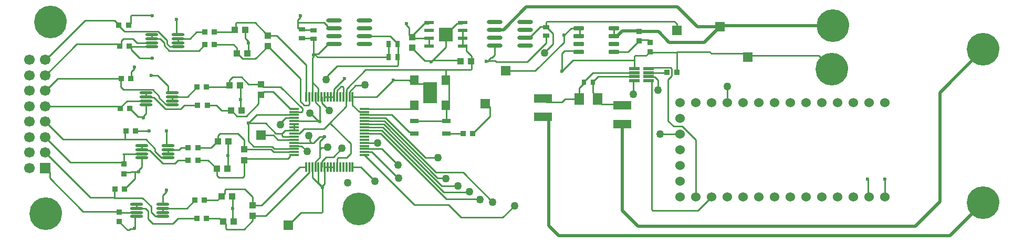
<source format=gtl>
G04*
G04 #@! TF.GenerationSoftware,Altium Limited,Altium Designer,22.0.2 (36)*
G04*
G04 Layer_Physical_Order=1*
G04 Layer_Color=255*
%FSLAX25Y25*%
%MOIN*%
G70*
G04*
G04 #@! TF.SameCoordinates,DBB72687-BCFA-4FA8-90DC-81D55A498374*
G04*
G04*
G04 #@! TF.FilePolarity,Positive*
G04*
G01*
G75*
%ADD15C,0.01000*%
%ADD16R,0.03071X0.03898*%
G04:AMPARAMS|DCode=17|XSize=61.42mil|YSize=11.02mil|CornerRadius=1.38mil|HoleSize=0mil|Usage=FLASHONLY|Rotation=0.000|XOffset=0mil|YOffset=0mil|HoleType=Round|Shape=RoundedRectangle|*
%AMROUNDEDRECTD17*
21,1,0.06142,0.00827,0,0,0.0*
21,1,0.05866,0.01102,0,0,0.0*
1,1,0.00276,0.02933,-0.00413*
1,1,0.00276,-0.02933,-0.00413*
1,1,0.00276,-0.02933,0.00413*
1,1,0.00276,0.02933,0.00413*
%
%ADD17ROUNDEDRECTD17*%
%ADD18O,0.09843X0.02756*%
G04:AMPARAMS|DCode=19|XSize=61.42mil|YSize=11.02mil|CornerRadius=1.38mil|HoleSize=0mil|Usage=FLASHONLY|Rotation=270.000|XOffset=0mil|YOffset=0mil|HoleType=Round|Shape=RoundedRectangle|*
%AMROUNDEDRECTD19*
21,1,0.06142,0.00827,0,0,270.0*
21,1,0.05866,0.01102,0,0,270.0*
1,1,0.00276,-0.00413,-0.02933*
1,1,0.00276,-0.00413,0.02933*
1,1,0.00276,0.00413,0.02933*
1,1,0.00276,0.00413,-0.02933*
%
%ADD19ROUNDEDRECTD19*%
%ADD20O,0.08268X0.01772*%
%ADD21R,0.04331X0.03937*%
%ADD22R,0.03937X0.04331*%
%ADD23R,0.03898X0.03071*%
%ADD24R,0.05906X0.07480*%
%ADD25R,0.11457X0.05591*%
G04:AMPARAMS|DCode=26|XSize=25.59mil|YSize=64.96mil|CornerRadius=1.92mil|HoleSize=0mil|Usage=FLASHONLY|Rotation=90.000|XOffset=0mil|YOffset=0mil|HoleType=Round|Shape=RoundedRectangle|*
%AMROUNDEDRECTD26*
21,1,0.02559,0.06112,0,0,90.0*
21,1,0.02175,0.06496,0,0,90.0*
1,1,0.00384,0.03056,0.01088*
1,1,0.00384,0.03056,-0.01088*
1,1,0.00384,-0.03056,-0.01088*
1,1,0.00384,-0.03056,0.01088*
%
%ADD26ROUNDEDRECTD26*%
%ADD27R,0.06915X0.02016*%
%ADD28R,0.05312X0.05924*%
%ADD29R,0.08661X0.13780*%
%ADD30R,0.05709X0.02756*%
%ADD31R,0.02559X0.03543*%
%ADD32R,0.03425X0.03661*%
%ADD33R,0.03661X0.03425*%
%ADD34R,0.05900X0.02200*%
%ADD35R,0.09000X0.09000*%
%ADD57C,0.01968*%
%ADD58C,0.06024*%
%ADD59R,0.05906X0.05906*%
%ADD60R,0.06693X0.06693*%
%ADD61C,0.06693*%
%ADD62C,0.02362*%
%ADD63C,0.05000*%
%ADD64C,0.20748*%
D15*
X206981Y77761D02*
X207110Y77890D01*
X204693Y89918D02*
X207500Y87111D01*
X191138Y77890D02*
X206742D01*
X206739Y77761D02*
X206981D01*
X207131Y77500D02*
X207500D01*
X206742Y77890D02*
X207131Y77500D01*
X207500Y77890D02*
Y87111D01*
X201500Y83000D02*
X206739Y77761D01*
X201000Y83000D02*
X201500D01*
X208630Y89370D02*
X213500Y84500D01*
X362500Y132500D02*
X367000Y137000D01*
X362356Y132356D02*
X362500Y132500D01*
X265500Y131543D02*
X273857Y139900D01*
X265500Y131346D02*
Y131543D01*
Y131346D02*
X266347Y130500D01*
X196102Y136051D02*
X203500D01*
X87283Y144698D02*
X87869Y145283D01*
X100716D02*
X101000Y145000D01*
X87283Y140055D02*
Y144698D01*
X87869Y145283D02*
X100716D01*
X351118Y138051D02*
X355500Y133669D01*
X350178Y121678D02*
X355500Y127000D01*
Y133669D01*
X430175Y105882D02*
X430175D01*
X428500Y78000D02*
Y104207D01*
X430175Y105882D01*
X430175D02*
X430929Y106636D01*
X419260Y112118D02*
X430175D01*
X430929Y106636D02*
Y111364D01*
X430175Y112118D02*
X430929Y111364D01*
X235646Y132000D02*
X252169D01*
X257051Y127118D01*
Y118795D02*
Y127000D01*
X256756Y118500D02*
X257000Y118256D01*
X256756Y118500D02*
X257051Y118795D01*
X257000Y113586D02*
Y118256D01*
X257051Y127000D02*
Y127118D01*
X256414Y113000D02*
X257000Y113586D01*
X218500Y113000D02*
X256414D01*
X212500Y107000D02*
X218500Y113000D01*
X208579Y93362D02*
X208630Y93311D01*
X211547Y55000D02*
X216000D01*
X208709Y52161D02*
X211547Y55000D01*
X208709Y51602D02*
Y52161D01*
X208630Y51523D02*
X208709Y51602D01*
X208630Y48689D02*
Y51523D01*
X208579Y48638D02*
X208630Y48689D01*
Y89370D02*
Y93311D01*
X216000Y55000D02*
X221500Y60500D01*
X266000Y124457D02*
X274191Y116265D01*
X277235D02*
X278000Y115500D01*
X279000Y116500D01*
X265500Y124457D02*
X266000D01*
X274191Y116265D02*
X277235D01*
X279000Y116500D02*
X287500Y125000D01*
X296153Y116500D02*
X297153Y115500D01*
X287500Y125000D02*
Y133000D01*
X279000Y116500D02*
X296153D01*
X423500Y69500D02*
X436000D01*
X87783Y123333D02*
Y124445D01*
X93116Y118000D02*
X101000D01*
X86728Y125500D02*
X87783Y124445D01*
Y123333D02*
X93116Y118000D01*
X86728Y125500D02*
X87067Y125161D01*
X100634D01*
X81327Y126555D02*
Y128827D01*
X80272Y125500D02*
X81327Y126555D01*
X91515Y127720D02*
X100634D01*
X88905Y130331D02*
X91515Y127720D01*
X82831Y130331D02*
X88905D01*
X81327Y128827D02*
X82831Y130331D01*
X53158Y127000D02*
X66102D01*
X66272Y126831D01*
X79216D01*
X80272Y125776D01*
Y125500D02*
Y125776D01*
X33315Y107158D02*
X53158Y127000D01*
X33110Y107158D02*
X33315D01*
X394122Y132000D02*
X396091D01*
X410000Y128772D02*
X410728Y129500D01*
X415453D01*
X415728D02*
X417000Y128228D01*
X415728Y129500D02*
X417000Y128228D01*
X415453Y129500D02*
X415728D01*
X410000Y135228D02*
X410327Y134902D01*
X394122Y122000D02*
X402953D01*
X409724Y128772D01*
X410000D01*
X461500Y138000D02*
X462000Y138500D01*
X480047Y119547D02*
X523953D01*
X479000Y118500D02*
X480047Y119547D01*
X523953D02*
X532500Y111000D01*
X434357Y122129D02*
X454864D01*
X456040Y120953D01*
X476547D01*
X479000Y118500D01*
X434000Y121772D02*
X434357Y122129D01*
X194582Y70067D02*
X197515Y73000D01*
X191189Y70067D02*
X194582D01*
X191138Y70016D02*
X191189Y70067D01*
X235913Y64059D02*
X243941D01*
X244000Y64000D01*
X167327Y81827D02*
X191138D01*
X162000Y76500D02*
X167327Y81827D01*
X202673Y102500D02*
X206610Y98563D01*
X202673Y102500D02*
Y118091D01*
X203500Y118918D01*
Y120000D01*
X180894Y66079D02*
X191138D01*
X177972Y69000D02*
X180894Y66079D01*
X178597Y60224D02*
X191087D01*
X162000Y65220D02*
Y76500D01*
X165586Y61634D02*
X177187D01*
X178597Y60224D01*
X162000Y65220D02*
X165586Y61634D01*
X195000Y90500D02*
Y104957D01*
X174500Y125457D02*
X175969Y123988D01*
X175969D02*
X195000Y104957D01*
X175969Y123988D02*
X175969D01*
X202673Y93362D02*
Y102500D01*
X200654Y45193D02*
Y48587D01*
X173168Y17707D02*
X200654Y45193D01*
X164893Y17707D02*
X173168D01*
X204772Y52161D02*
X207352Y54741D01*
Y60000D01*
X209000Y35500D02*
Y36377D01*
Y36582D02*
X210547Y38130D01*
Y48638D01*
X209000Y36377D02*
Y36582D01*
Y20086D02*
Y35500D01*
X183500Y70000D02*
X185484Y71984D01*
X173000Y76500D02*
X179500Y70000D01*
X183500D01*
X162000Y76500D02*
X173000D01*
X235862Y79858D02*
X249142D01*
X274500Y54500D02*
X282500D01*
X249142Y79858D02*
X274500Y54500D01*
X235862Y70016D02*
X245984D01*
X287678Y28322D01*
X308822D01*
X309000Y28144D01*
X228264Y48638D02*
X233362D01*
X242500Y39500D01*
X235862Y60173D02*
X246827D01*
X257000Y50000D01*
X248583Y77890D02*
X281230Y45242D01*
X298289D01*
X317265Y26265D01*
X284917Y36500D02*
X295000D01*
X198736Y93362D02*
Y113764D01*
X235862Y75921D02*
X248023D01*
X287242Y41713D02*
X287500Y41454D01*
X282232Y41713D02*
X287242D01*
X248023Y75921D02*
X282232Y41713D01*
X159500Y53350D02*
X160150Y54000D01*
X188567Y56185D02*
X188618Y56236D01*
X160150Y54000D02*
X187162D01*
X188567Y55405D01*
Y56185D01*
X235862Y85764D02*
X265344D01*
X267500Y87920D01*
X235862Y58205D02*
X240375D01*
X257080Y41500D01*
X257500D01*
X235862Y56236D02*
X267598Y24500D01*
X288972D01*
X296972Y16500D01*
X323500D01*
X331000Y24000D01*
X286176Y32713D02*
X302213D01*
X218472Y53914D02*
X219058Y54500D01*
X210000Y73000D02*
X213750Y76750D01*
X224284Y54500D02*
X227000Y57217D01*
X219058Y54500D02*
X224284D01*
X227000Y57217D02*
Y63500D01*
X197515Y73000D02*
X210000D01*
X213750Y76750D02*
X227000Y63500D01*
X216453Y98453D02*
X223000Y105000D01*
X159500Y59847D02*
X176447D01*
X182500Y76582D02*
X185776Y79858D01*
X182500Y75500D02*
Y76582D01*
X204693Y89918D02*
Y93311D01*
X206610Y38767D02*
Y48638D01*
Y38767D02*
X209000Y36377D01*
X224378Y98378D02*
X236500Y110500D01*
X287500D01*
X191138Y64110D02*
X202000D01*
X191138Y62142D02*
X195858D01*
X199500Y58500D01*
X228264Y93362D02*
X243362D01*
X254000Y104000D01*
X253173Y81827D02*
X264059Y70941D01*
X226346Y96807D02*
X230040Y100500D01*
X235500D02*
X236000Y101000D01*
X230040Y100500D02*
X235500D01*
X177882Y96500D02*
X188618Y85764D01*
X191138Y83795D02*
X195709D01*
X196294Y84381D02*
Y85969D01*
X171468Y99681D02*
X182582D01*
X196294Y85969D01*
X195709Y83795D02*
X196294Y84381D01*
X194642Y48638D02*
X198736D01*
X202673Y41827D02*
Y48638D01*
Y41827D02*
X209000Y35500D01*
X212516Y93362D02*
X214484D01*
X191138Y71984D02*
Y73953D01*
X212516Y48638D02*
X214484D01*
X200654Y48587D02*
X200705Y48638D01*
X235862Y64110D02*
X235913Y64059D01*
X204642Y48638D02*
X204693Y48689D01*
Y51523D01*
X204772Y51602D01*
Y52161D01*
X176447Y59847D02*
X178089Y58205D01*
X191138D01*
X206610Y93362D02*
Y98563D01*
X184086Y68047D02*
X191138D01*
X183500Y68633D02*
X184086Y68047D01*
X183500Y68633D02*
Y70000D01*
X218472Y48689D02*
Y53914D01*
X218421Y48638D02*
X218472Y48689D01*
X191087Y60224D02*
X191138Y60173D01*
X210547Y93362D02*
X212516D01*
X195000Y90500D02*
X197586Y87914D01*
X200170D01*
X200756Y88500D01*
Y93311D01*
X200705Y93362D02*
X200756Y93311D01*
X185484Y71984D02*
X191138D01*
X213750Y76750D02*
X224276Y87276D01*
Y93311D01*
X224327Y93362D01*
X235862Y77890D02*
X248583D01*
X218421Y93362D02*
Y97394D01*
X220944Y99916D01*
X221773D01*
X222358Y99331D01*
Y93362D02*
Y99331D01*
X206610Y93362D02*
X206661Y93413D01*
X188618Y56236D02*
X191138D01*
X226295Y93362D02*
X226346Y93413D01*
Y96807D01*
X191138Y73953D02*
Y75921D01*
X185776Y79858D02*
X191138D01*
X210547Y48638D02*
X212516D01*
X216453Y93362D02*
Y98453D01*
X204642Y93362D02*
X204693Y93311D01*
X224327Y93362D02*
X224378Y93413D01*
Y98378D01*
X191087Y75870D02*
X191138Y75921D01*
X188618Y85764D02*
X191138D01*
X235811Y83846D02*
X235862Y83795D01*
X232417Y83846D02*
X235811D01*
X228264Y88000D02*
X232417Y83846D01*
X228264Y88000D02*
Y93362D01*
X214484Y48638D02*
X216453D01*
X214484Y93362D02*
X216453D01*
X235862Y73953D02*
X247464D01*
X284917Y36500D01*
X235862Y71984D02*
X246905D01*
X286176Y32713D01*
X235862Y81827D02*
X253173D01*
X266484Y70941D02*
X267362Y70063D01*
X264059Y70941D02*
X266484D01*
X302213Y32713D02*
X302500Y33000D01*
X180154Y132346D02*
X198736Y113764D01*
X174500Y132346D02*
X180154D01*
X170405Y24400D02*
X194642Y48638D01*
X164893Y24400D02*
X170405D01*
X170000Y101150D02*
X171468Y99681D01*
X170000Y101150D02*
Y101347D01*
X172054Y96500D02*
X177882D01*
X171873Y96319D02*
X172054Y96500D01*
X171468Y96319D02*
X171873D01*
X170000Y94850D02*
X171468Y96319D01*
X170000Y94653D02*
Y94850D01*
X287638Y70063D02*
X298366D01*
X170000Y69000D02*
X177972D01*
X431949Y74551D02*
X437329D01*
X428500Y78000D02*
X431949Y74551D01*
X384083Y106220D02*
X406969D01*
X380854Y102992D02*
X384083Y106220D01*
X416031Y111339D02*
X418480D01*
X419260Y112118D01*
X566000Y29500D02*
Y41000D01*
X555500Y30000D02*
Y40500D01*
Y30000D02*
X556000Y29500D01*
X555000Y41000D02*
X555500Y40500D01*
X447500Y21000D02*
X456000Y29500D01*
X418213Y21586D02*
X418798Y21000D01*
X447500D01*
X418213Y21586D02*
Y103153D01*
X406500Y95000D02*
Y103192D01*
X422000Y97500D02*
Y103979D01*
X406500Y103192D02*
X406969Y103661D01*
X466000Y89500D02*
Y99500D01*
X446000Y29500D02*
Y65881D01*
X437329Y74551D02*
X446000Y65881D01*
X417704Y103661D02*
X418213Y103153D01*
X416031Y103661D02*
X417704D01*
X394122Y137000D02*
X394122Y137000D01*
X394122Y134721D02*
X394122Y134721D01*
Y137000D01*
X394122Y132000D02*
Y134721D01*
X340714Y131000D02*
X341880Y132166D01*
Y132379D02*
X347551Y138051D01*
X351000D01*
X337646Y131000D02*
X340714D01*
X341880Y132166D02*
Y132379D01*
X316269Y118387D02*
X316732D01*
X313000Y116000D02*
X314345D01*
X314579Y116698D02*
X316269Y118387D01*
X314579Y116235D02*
X318765D01*
X314579D02*
Y116698D01*
X316732Y118387D02*
X318354Y120010D01*
X318765Y116235D02*
X319500Y115500D01*
X339000D01*
X318354Y120010D02*
Y126000D01*
X339000Y115500D02*
X351000Y127500D01*
X344212Y110000D02*
X362356Y128144D01*
Y132356D01*
X350178Y121322D02*
Y121678D01*
X351000Y127500D02*
Y131949D01*
X325500Y110000D02*
X344212D01*
X210328Y67828D02*
X210500Y68000D01*
X207352Y64852D02*
X210328Y67828D01*
X420022Y105957D02*
X422000Y103979D01*
X416294Y105957D02*
X420022D01*
X416031Y106220D02*
X416294Y105957D01*
X398614Y88760D02*
X399500Y87874D01*
X386358Y88760D02*
X398614D01*
X383906Y91213D02*
Y92000D01*
Y91213D02*
X386358Y88760D01*
X380854Y95839D02*
Y102500D01*
X383906Y92000D02*
Y92787D01*
X380854Y95839D02*
X383906Y92787D01*
X380854Y102500D02*
Y102992D01*
X363197Y92000D02*
X372094D01*
X361276Y90079D02*
X363197Y92000D01*
X372094Y98957D02*
X375146Y102008D01*
X372094Y92000D02*
Y98957D01*
X375146Y102008D02*
Y102500D01*
Y102992D02*
X380933Y108780D01*
X375146Y102500D02*
Y102992D01*
X349000Y80626D02*
X350414D01*
X352710Y78331D01*
X351295Y90079D02*
X361276D01*
X349000Y92374D02*
X351295Y90079D01*
X380933Y108780D02*
X406969D01*
X351000Y138051D02*
Y140776D01*
X351586Y141362D02*
X432590D01*
X351000Y140776D02*
X351586Y141362D01*
X432590D02*
X434000Y139953D01*
X367000Y137000D02*
X371878D01*
Y132000D02*
X372378Y132500D01*
Y136221D01*
X371878Y136721D02*
X372378Y136221D01*
X371878Y136721D02*
Y137000D01*
X362750Y122750D02*
X371128D01*
X371878Y122000D01*
X361000Y121000D02*
X362750Y122750D01*
X361000Y109500D02*
Y121000D01*
X406969Y116500D02*
Y118969D01*
Y111339D02*
Y116500D01*
X361000Y109500D02*
X368000Y116500D01*
X406969D01*
X415728Y129500D02*
X417000Y128228D01*
X266347Y130500D02*
X276850D01*
X273857Y139900D02*
X276250D01*
X276600Y140250D01*
X287500Y110500D02*
X303261D01*
X303847Y111086D02*
Y115500D01*
X303261Y110500D02*
X303847Y111086D01*
X287500Y104080D02*
Y110500D01*
X294400Y139900D02*
X297550D01*
X287500Y133000D02*
X294400Y139900D01*
X287638Y77937D02*
Y87782D01*
X287500Y87920D02*
X287638Y87782D01*
X264080Y104000D02*
X265038Y103042D01*
X267500Y103774D02*
X269656Y101618D01*
X273669D01*
X277500Y96000D02*
Y97787D01*
X273669Y101618D02*
X277500Y97787D01*
X287500Y104080D02*
X289500Y102080D01*
X287500Y87920D02*
X289500Y89920D01*
Y102080D01*
X265038Y103042D02*
X266462D01*
X267500Y104080D01*
Y103774D02*
Y104080D01*
X254000Y104000D02*
X264080D01*
X303847Y115500D02*
Y119311D01*
X298150Y125500D02*
X300000D01*
X300600Y124900D01*
Y122557D02*
Y124900D01*
Y122557D02*
X303847Y119311D01*
X298150Y125500D02*
Y130500D01*
Y135500D01*
X297550Y139900D02*
X298150Y140500D01*
X264032Y132815D02*
X265500Y131346D01*
X264032Y132815D02*
Y137386D01*
X262500Y138918D02*
X264032Y137386D01*
X262500Y138918D02*
Y140000D01*
X274750Y140250D02*
X276600D01*
X262500Y140000D02*
X262750Y140250D01*
X276850Y125500D02*
Y130500D01*
X351000Y138051D02*
X351118D01*
X79768Y85500D02*
Y87051D01*
X33110Y87473D02*
X33252Y87331D01*
X79488D01*
X79768Y87051D01*
X33315Y117000D02*
X58315Y142000D01*
X33110Y117000D02*
X33315D01*
X77047Y142000D02*
X79772Y139276D01*
X58315Y142000D02*
X77047D01*
X33315Y97315D02*
X41000Y105000D01*
X33110Y97315D02*
X33315D01*
X81224Y105047D02*
X81272Y105000D01*
X67547Y105047D02*
X81224D01*
X67500Y105000D02*
X67547Y105047D01*
X41000Y105000D02*
X67500D01*
X33110Y77528D02*
X44409Y66228D01*
X33110Y77528D02*
Y77630D01*
X44409Y66228D02*
X83772D01*
X33110Y67685D02*
X49012Y51784D01*
X33110Y67685D02*
Y67787D01*
X81945Y51784D02*
X83000Y50728D01*
X49012Y51784D02*
X81945D01*
X33110Y57842D02*
X61627Y29326D01*
X33110Y57842D02*
Y57945D01*
X61627Y29326D02*
X77165D01*
X35957Y41516D02*
X57244Y20228D01*
X35957Y41516D02*
Y45256D01*
X33110Y48103D02*
X35957Y45256D01*
X57244Y20228D02*
X80000D01*
X110000Y62544D02*
X110356Y62187D01*
X110000Y62544D02*
Y71500D01*
X110356Y62187D02*
X111153D01*
X83772Y71000D02*
X84272Y71500D01*
X97001Y66228D02*
X102799Y60430D01*
X83772Y66228D02*
X97001D01*
X83772D02*
Y71000D01*
X82927Y98012D02*
X101282D01*
X81272Y99667D02*
Y104724D01*
Y99667D02*
X82927Y98012D01*
X104782Y135012D02*
X110566Y129228D01*
X79772Y138724D02*
X83484Y135012D01*
X104782D01*
X79772Y138724D02*
Y139000D01*
X407500Y119500D02*
X414453D01*
X406969Y118969D02*
X407500Y119500D01*
X417000Y121772D02*
X434000D01*
X434228Y121543D01*
Y109000D02*
Y121543D01*
X416031Y108780D02*
X427551D01*
X427772Y109000D01*
X314539Y86962D02*
X315539D01*
X312500Y89000D02*
X314539Y86962D01*
X315539Y81086D02*
Y86962D01*
X304571Y70118D02*
X315539Y81086D01*
X304571Y70000D02*
Y70118D01*
X250949Y118500D02*
Y127000D01*
X90000Y41208D02*
Y45500D01*
X434000Y135500D02*
Y139953D01*
X195500Y19500D02*
X208414D01*
X209000Y20086D01*
X187500Y11500D02*
X195500Y19500D01*
X201265Y64845D02*
Y67735D01*
Y64845D02*
X202000Y64110D01*
X203610D01*
X207328Y67828D01*
X200500Y68500D02*
X201265Y67735D01*
X207352Y60000D02*
Y64852D01*
X207328Y67828D02*
X210328D01*
X207352Y60000D02*
X208322Y60970D01*
X212114D02*
X212322Y61178D01*
X208322Y60970D02*
X212114D01*
X298366Y70063D02*
X298429Y70000D01*
X267362Y77937D02*
X287638D01*
X168532Y93185D02*
X170000Y94653D01*
X162000Y127500D02*
Y128582D01*
Y121500D02*
Y127500D01*
X152204Y22177D02*
Y29642D01*
Y14590D02*
Y22177D01*
X250949Y118500D02*
X251244D01*
X206082D02*
X250949D01*
X204582Y120000D02*
X206082Y118500D01*
X203500Y120000D02*
X204582D01*
X159500Y43000D02*
Y53350D01*
X174500Y132346D02*
Y132543D01*
Y125457D02*
Y125654D01*
X196102Y130744D02*
X202705D01*
X193500Y137000D02*
X195358D01*
X196102Y136256D01*
X202705Y130744D02*
X203500Y129949D01*
X87728Y105000D02*
Y109209D01*
X89685Y111165D02*
Y112247D01*
X87728Y109209D02*
X89685Y111165D01*
X86228Y139000D02*
X87283Y140055D01*
X87000Y85724D02*
Y86000D01*
Y85724D02*
X91959Y80765D01*
X94735D01*
X95500Y80000D01*
X97134Y82716D02*
Y88161D01*
X95500Y81082D02*
X97134Y82716D01*
X95500Y80000D02*
Y81082D01*
X84988Y90720D02*
X97134D01*
X110566Y126913D02*
Y129228D01*
Y126913D02*
X112318Y125161D01*
X117366D01*
X101282Y98012D02*
X105500Y93794D01*
Y92765D02*
Y93794D01*
Y92765D02*
X109718Y88547D01*
X110023D01*
X110409Y88161D01*
X113866D01*
X104500Y106918D02*
X111118Y100300D01*
X100582Y106918D02*
X104500D01*
X100500Y107000D02*
X100582Y106918D01*
X155004Y121000D02*
X158472Y117532D01*
X166575D02*
X174500Y125457D01*
X158472Y117532D02*
X166575D01*
X135728Y99500D02*
Y99776D01*
X129272Y99224D02*
Y99500D01*
X121401Y88000D02*
X129772D01*
X123327Y93279D02*
X129272Y99224D01*
X79768Y85500D02*
X84988Y90720D01*
X97134Y93279D02*
X97281Y93132D01*
X97134Y93279D02*
Y95839D01*
X97281Y93132D02*
X102004D01*
X111118Y96195D02*
Y100300D01*
X111475Y95839D02*
X113866D01*
X111118Y96195D02*
X111475Y95839D01*
X113866Y90720D02*
Y93279D01*
X119176Y85776D02*
X121401Y88000D01*
X113866Y93279D02*
X123327D01*
X109361Y85776D02*
X119176D01*
X102004Y93132D02*
X109361Y85776D01*
X111875Y122776D02*
X130823D01*
X161500Y121000D02*
X162000Y121500D01*
X154807Y121000D02*
X155004D01*
X154000Y139914D02*
X154586Y140500D01*
X160000Y130582D02*
Y136000D01*
X173031Y134012D02*
X174500Y132543D01*
X172835Y134012D02*
X173031D01*
X166347Y140500D02*
X172835Y134012D01*
X154586Y140500D02*
X166347D01*
X154000Y136693D02*
Y139914D01*
X154807Y121000D02*
Y124469D01*
X160000Y130582D02*
X162000Y128582D01*
X140728Y126500D02*
X152776D01*
X154807Y124469D01*
X151610Y134500D02*
X153110Y136000D01*
X140728Y134500D02*
X151610D01*
X153307Y136000D02*
X154000Y136693D01*
X153110Y136000D02*
X153307D01*
X150154Y104154D02*
X151969Y105968D01*
X135728Y99500D02*
X149350D01*
X150154Y100500D02*
Y104154D01*
X156846Y100500D02*
X157000Y100347D01*
X151969Y105968D02*
X157633D01*
X162255Y101347D01*
X141636Y88000D02*
X145136Y84500D01*
X136228Y88000D02*
X141636D01*
X145136Y84500D02*
X151154D01*
X151350D02*
X154819Y81032D01*
X160633D01*
X168532Y88930D02*
Y93185D01*
X157000Y85347D02*
Y91500D01*
Y85347D02*
X157846Y84500D01*
X160633Y81032D02*
X168532Y88930D01*
X162255Y101347D02*
X170000D01*
X157000Y91500D02*
Y100347D01*
X100634Y130280D02*
Y132839D01*
X130823Y122776D02*
X134272Y126224D01*
X129204Y134500D02*
X134272D01*
Y126224D02*
Y126500D01*
X116857Y132839D02*
X117366D01*
Y127720D02*
Y130280D01*
X116500Y133195D02*
X116857Y132839D01*
X100634Y130280D02*
X106268D01*
X108779Y127769D01*
Y125872D02*
Y127769D01*
X116500Y133195D02*
Y142500D01*
X108779Y125872D02*
X111875Y122776D01*
X117366Y130280D02*
X124983D01*
X129204Y134500D01*
X87152Y9235D02*
X89235D01*
X83622Y34830D02*
X90000Y41208D01*
X89235Y9235D02*
X90000Y10000D01*
X86465Y8547D02*
X87152Y9235D01*
X85500Y8547D02*
X86465D01*
X90000Y10000D02*
Y16859D01*
X90356Y17215D01*
X91027D01*
X80276Y13772D02*
X85500Y8547D01*
X80000Y20228D02*
X80454Y19774D01*
X91027D01*
X80000Y13772D02*
X80276D01*
X83622Y34554D02*
Y34830D01*
X149000Y47653D02*
Y56000D01*
Y64653D01*
X164893Y24204D02*
Y29554D01*
X144957Y30000D02*
X145350D01*
X147212Y31862D02*
Y33999D01*
X145350Y30000D02*
X147212Y31862D01*
X159862Y34585D02*
X164893Y29554D01*
X147798Y34585D02*
X159862D01*
X147212Y33999D02*
X147798Y34585D01*
X134350Y27554D02*
X142511D01*
X144957Y30000D01*
X151847D02*
X152204Y29642D01*
X87578Y45500D02*
X90000D01*
X92500D01*
X416724Y121772D02*
X417000D01*
X414453Y119500D02*
X416724Y121772D01*
X415453Y129500D02*
X416724Y128228D01*
X212811Y127000D02*
X216354D01*
X206576Y120765D02*
X212811Y127000D01*
X204265Y120765D02*
X206576D01*
X203500Y120000D02*
X204265Y120765D01*
X203500Y120000D02*
Y129949D01*
X193500Y140500D02*
Y142418D01*
X195000Y143918D01*
Y145000D01*
X193500Y137000D02*
Y140500D01*
X213286Y137000D02*
X216354D01*
X212475Y137811D02*
X213286Y137000D01*
X211691Y139122D02*
X212475Y138338D01*
X193500Y140500D02*
X210241D01*
X211619Y139122D01*
X211691D01*
X212475Y137811D02*
Y138338D01*
X114002Y12554D02*
X117501Y16054D01*
X101393Y12554D02*
X114002D01*
X98393Y15554D02*
X101393Y12554D01*
X155500Y70000D02*
X159500Y66000D01*
Y59847D02*
Y66000D01*
X118128Y59628D02*
X119500Y61000D01*
X123772D01*
X111153Y59628D02*
X118128D01*
X147712Y9640D02*
Y12585D01*
X148298Y9054D02*
X159393D01*
X147712Y9640D02*
X148298Y9054D01*
X146047Y14054D02*
X146244D01*
X147712Y12585D01*
X145850Y14054D02*
X146047D01*
X159393Y9054D02*
X164893Y14554D01*
Y17707D01*
X98393Y15554D02*
Y20554D01*
X96761Y22186D02*
X98393Y20554D01*
X91175Y22186D02*
X96761D01*
X91027Y22333D02*
X91175Y22186D01*
X117501Y16054D02*
X129165D01*
X127893Y27278D02*
Y27554D01*
X107759Y22333D02*
X122948D01*
X127893Y27278D01*
X135622Y16054D02*
X143850D01*
X145850Y14054D01*
X152204Y14590D02*
X152740Y14054D01*
X117500Y53000D02*
X123772D01*
X82495Y57069D02*
X94420D01*
Y48503D02*
Y54510D01*
Y59628D02*
X94568Y59481D01*
X99291D01*
X107771Y51000D01*
X115500D01*
X117500Y53000D01*
X94420Y59628D02*
Y62187D01*
X111153Y57069D02*
Y59628D01*
X102799Y58800D02*
Y60430D01*
Y58800D02*
X106942Y54658D01*
X111005D01*
X111153Y54510D01*
X92500Y46582D02*
X94420Y48503D01*
X92500Y45500D02*
Y46582D01*
X107759Y24893D02*
Y30677D01*
X110000Y32918D01*
Y34000D01*
X107759Y19774D02*
Y22333D01*
X91027D02*
Y24893D01*
X76893Y29054D02*
X94893D01*
X76893D02*
X77165Y29326D01*
Y34554D01*
X94893Y29054D02*
X100393Y23554D01*
Y20054D02*
X103084Y17363D01*
X100393Y20054D02*
Y23554D01*
X103084Y17363D02*
X107612D01*
X107759Y17215D01*
X142154Y43347D02*
X143500Y42000D01*
X158500D01*
X159500Y43000D01*
X142154Y43347D02*
Y47500D01*
X144000Y70000D02*
X155500D01*
X142654Y65000D02*
Y68654D01*
X144000Y70000D01*
X148846Y47500D02*
X149000Y47653D01*
Y64653D02*
X149346Y65000D01*
X136457Y53000D02*
X141957Y47500D01*
X130228Y53000D02*
X136457D01*
X141957Y47500D02*
X142154D01*
X142457Y65000D02*
X142654D01*
X130228Y61000D02*
X138457D01*
X142457Y65000D01*
X83000Y50728D02*
Y56564D01*
X82495Y57069D02*
X83000Y56564D01*
X87405Y45327D02*
X87578Y45500D01*
X83000Y44272D02*
X84055Y45327D01*
X87405D01*
X90728Y71500D02*
X99000D01*
D16*
X256756Y118500D02*
D03*
Y127000D02*
D03*
X251244Y118500D02*
D03*
Y127000D02*
D03*
D17*
X191138Y58205D02*
D03*
X235862Y56236D02*
D03*
Y58205D02*
D03*
Y60173D02*
D03*
Y62142D02*
D03*
Y64110D02*
D03*
Y66079D02*
D03*
Y68047D02*
D03*
Y70016D02*
D03*
Y71984D02*
D03*
Y73953D02*
D03*
Y75921D02*
D03*
Y77890D02*
D03*
Y79858D02*
D03*
Y81827D02*
D03*
Y83795D02*
D03*
Y85764D02*
D03*
X191138D02*
D03*
Y83795D02*
D03*
Y81827D02*
D03*
Y79858D02*
D03*
Y77890D02*
D03*
Y75921D02*
D03*
Y73953D02*
D03*
Y71984D02*
D03*
Y70016D02*
D03*
Y68047D02*
D03*
Y66079D02*
D03*
Y64110D02*
D03*
Y62142D02*
D03*
Y60173D02*
D03*
Y56236D02*
D03*
D18*
X235646Y132000D02*
D03*
X337646Y126000D02*
D03*
Y131000D02*
D03*
Y136000D02*
D03*
Y141000D02*
D03*
X318354Y126000D02*
D03*
Y131000D02*
D03*
Y136000D02*
D03*
Y141000D02*
D03*
X235646Y127000D02*
D03*
Y137000D02*
D03*
Y142000D02*
D03*
X216354Y127000D02*
D03*
Y132000D02*
D03*
Y137000D02*
D03*
Y142000D02*
D03*
D19*
X200705Y93362D02*
D03*
X202673D02*
D03*
X198736Y48638D02*
D03*
X200705D02*
D03*
X202673D02*
D03*
X204642D02*
D03*
X206610D02*
D03*
X210547D02*
D03*
X212516D02*
D03*
X214484D02*
D03*
X216453D02*
D03*
X218421D02*
D03*
X220390D02*
D03*
X222358D02*
D03*
X224327D02*
D03*
X226295D02*
D03*
X228264D02*
D03*
Y93362D02*
D03*
X226295D02*
D03*
X224327D02*
D03*
X222358D02*
D03*
X220390D02*
D03*
X218421D02*
D03*
X216453D02*
D03*
X214484D02*
D03*
X212516D02*
D03*
X210547D02*
D03*
X206610D02*
D03*
X204642D02*
D03*
X198736D02*
D03*
X208579D02*
D03*
Y48638D02*
D03*
D20*
X111153Y54510D02*
D03*
Y57069D02*
D03*
Y59628D02*
D03*
Y62187D02*
D03*
X94420Y54510D02*
D03*
Y57069D02*
D03*
Y59628D02*
D03*
Y62187D02*
D03*
X113866Y88161D02*
D03*
Y90720D02*
D03*
Y93279D02*
D03*
Y95839D02*
D03*
X97134Y88161D02*
D03*
Y90720D02*
D03*
Y93279D02*
D03*
Y95839D02*
D03*
X117366Y125161D02*
D03*
Y127720D02*
D03*
Y130280D02*
D03*
Y132839D02*
D03*
X100634Y125161D02*
D03*
Y127720D02*
D03*
Y130280D02*
D03*
Y132839D02*
D03*
X107759Y17215D02*
D03*
Y19774D02*
D03*
Y22333D02*
D03*
Y24893D02*
D03*
X91027Y17215D02*
D03*
Y19774D02*
D03*
Y22333D02*
D03*
Y24893D02*
D03*
D21*
X303346Y116000D02*
D03*
X296654D02*
D03*
X157846Y84500D02*
D03*
X151154D02*
D03*
X148846Y47500D02*
D03*
X142154D02*
D03*
X150154Y100500D02*
D03*
X156846D02*
D03*
X142654Y65000D02*
D03*
X149346D02*
D03*
X161500Y121000D02*
D03*
X154807D02*
D03*
X152740Y14054D02*
D03*
X146047D02*
D03*
X153307Y136000D02*
D03*
X160000D02*
D03*
X145153Y30000D02*
D03*
X151847D02*
D03*
D22*
X266000Y131346D02*
D03*
Y124653D02*
D03*
X159500Y53154D02*
D03*
Y59847D02*
D03*
X170000Y94653D02*
D03*
Y101347D02*
D03*
X174500Y125654D02*
D03*
Y132346D02*
D03*
X164893Y17707D02*
D03*
Y24400D02*
D03*
D23*
X351000Y137756D02*
D03*
Y132244D02*
D03*
X196102Y130744D02*
D03*
Y136256D02*
D03*
X203500Y135756D02*
D03*
Y130244D02*
D03*
D24*
X383906Y92000D02*
D03*
X372094D02*
D03*
D25*
X399500Y76126D02*
D03*
Y87874D02*
D03*
X349000Y80626D02*
D03*
Y92374D02*
D03*
D26*
X371878Y137000D02*
D03*
Y132000D02*
D03*
Y127000D02*
D03*
Y122000D02*
D03*
X394122Y137000D02*
D03*
Y132000D02*
D03*
Y127000D02*
D03*
Y122000D02*
D03*
D27*
X416031Y103661D02*
D03*
Y106220D02*
D03*
Y108780D02*
D03*
Y111339D02*
D03*
X406969D02*
D03*
Y108780D02*
D03*
Y106220D02*
D03*
Y103661D02*
D03*
D28*
X287500Y104080D02*
D03*
X267500D02*
D03*
Y87920D02*
D03*
X287500D02*
D03*
D29*
X277500Y96000D02*
D03*
D30*
X287638Y77937D02*
D03*
Y70063D02*
D03*
X267362Y77937D02*
D03*
Y70063D02*
D03*
D31*
X380854Y102500D02*
D03*
X375146D02*
D03*
D32*
X304571Y70000D02*
D03*
X298429D02*
D03*
X130071Y53000D02*
D03*
X123929D02*
D03*
X136071Y88000D02*
D03*
X129929D02*
D03*
X86843Y86000D02*
D03*
X80701D02*
D03*
X135571Y99500D02*
D03*
X129429D02*
D03*
X130071Y61000D02*
D03*
X123929D02*
D03*
X84429Y71500D02*
D03*
X90571D02*
D03*
X87571Y105000D02*
D03*
X81429D02*
D03*
X80429Y125500D02*
D03*
X86571D02*
D03*
X135464Y16054D02*
D03*
X129322D02*
D03*
X140571Y126500D02*
D03*
X134429D02*
D03*
X140571Y134500D02*
D03*
X134429D02*
D03*
X134192Y27554D02*
D03*
X128051D02*
D03*
X77322Y34554D02*
D03*
X83464D02*
D03*
X79929Y139000D02*
D03*
X86071D02*
D03*
X427929Y109000D02*
D03*
X434071D02*
D03*
D33*
X410000Y135071D02*
D03*
Y128929D02*
D03*
X417000Y121929D02*
D03*
Y128071D02*
D03*
X83000Y50571D02*
D03*
Y44429D02*
D03*
X80000Y20071D02*
D03*
Y13929D02*
D03*
D34*
X298150Y125500D02*
D03*
Y130500D02*
D03*
Y135500D02*
D03*
Y140500D02*
D03*
X276850D02*
D03*
Y135500D02*
D03*
Y130500D02*
D03*
Y125500D02*
D03*
D35*
X287500Y133000D02*
D03*
D57*
X601000Y96000D02*
X628500Y123500D01*
X601000Y26500D02*
Y96000D01*
X585500Y11000D02*
X601000Y26500D01*
X409500Y11000D02*
X585500D01*
X399500Y21000D02*
X409500Y11000D01*
X399500Y21000D02*
Y76126D01*
X399319Y135228D02*
X410000D01*
X396091Y132000D02*
X399319Y135228D01*
X318354Y136000D02*
X318397Y136043D01*
X324043D02*
X338500Y150500D01*
X318397Y136043D02*
X324043D01*
X338500Y150500D02*
X434500D01*
X410327Y134902D02*
X422280D01*
X429181Y128000D02*
X451500D01*
X422280Y134902D02*
X429181Y128000D01*
X451500D02*
X461500Y138000D01*
X434500Y150500D02*
X447000Y138000D01*
X461500D01*
X607500Y5000D02*
X628500Y26000D01*
X359000Y5000D02*
X607500D01*
X462000Y138500D02*
X533000D01*
X352710Y11291D02*
X359000Y5000D01*
X352710Y11291D02*
Y78331D01*
D58*
X436000Y59500D02*
D03*
Y39500D02*
D03*
Y49500D02*
D03*
Y69500D02*
D03*
Y79500D02*
D03*
X566000Y29500D02*
D03*
X556000D02*
D03*
X546000D02*
D03*
X536000D02*
D03*
X526000D02*
D03*
X516000D02*
D03*
X506000D02*
D03*
X496000D02*
D03*
X486000D02*
D03*
X476000D02*
D03*
X466000D02*
D03*
X456000D02*
D03*
X446000D02*
D03*
X436000D02*
D03*
X566000Y89500D02*
D03*
X556000D02*
D03*
X546000D02*
D03*
X536000D02*
D03*
X526000D02*
D03*
X516000D02*
D03*
X506000D02*
D03*
X496000D02*
D03*
X486000D02*
D03*
X476000D02*
D03*
X466000D02*
D03*
X456000D02*
D03*
X446000D02*
D03*
X436000D02*
D03*
D59*
X461500Y138000D02*
D03*
X325500Y110000D02*
D03*
X434000Y135500D02*
D03*
X479000Y118500D02*
D03*
X312500Y89000D02*
D03*
X170000Y69000D02*
D03*
X187500Y11500D02*
D03*
D60*
X33110Y48103D02*
D03*
D61*
Y57945D02*
D03*
Y67787D02*
D03*
Y77630D02*
D03*
Y87473D02*
D03*
Y97315D02*
D03*
Y107158D02*
D03*
Y117000D02*
D03*
X23268Y48103D02*
D03*
Y57945D02*
D03*
Y67787D02*
D03*
Y77630D02*
D03*
Y87473D02*
D03*
Y97315D02*
D03*
Y107158D02*
D03*
Y117000D02*
D03*
D62*
X207500Y77500D02*
D03*
X110000Y71500D02*
D03*
X262500Y140000D02*
D03*
X362500Y132500D02*
D03*
X566000Y41000D02*
D03*
X110000Y34000D02*
D03*
X195000Y145000D02*
D03*
X116500Y142500D02*
D03*
X100500Y107000D02*
D03*
X210500Y68000D02*
D03*
X101000Y145000D02*
D03*
X223000Y105000D02*
D03*
X89617Y9617D02*
D03*
X287500Y133000D02*
D03*
X361000Y109500D02*
D03*
X313000Y116000D02*
D03*
X278000Y115500D02*
D03*
X101000Y118000D02*
D03*
X555000Y41000D02*
D03*
X92500Y45500D02*
D03*
X99000Y71500D02*
D03*
X152204Y22177D02*
D03*
X203500Y120000D02*
D03*
X149000Y56000D02*
D03*
X157000Y91500D02*
D03*
X162000Y127500D02*
D03*
X95500Y80000D02*
D03*
X89685Y112247D02*
D03*
X209000Y35500D02*
D03*
X254000Y104000D02*
D03*
X162000Y76500D02*
D03*
D63*
X213500Y84500D02*
D03*
X225000Y38500D02*
D03*
X317265Y26265D02*
D03*
X242500Y39500D02*
D03*
X257000Y50000D02*
D03*
X257500Y41500D02*
D03*
X331000Y24000D02*
D03*
X295000Y36500D02*
D03*
X309000Y28144D02*
D03*
X302500Y33000D02*
D03*
X350178Y121322D02*
D03*
X406500Y95000D02*
D03*
X221500Y60500D02*
D03*
X211500Y104425D02*
D03*
X423500Y69500D02*
D03*
X182500Y75500D02*
D03*
X422000Y97500D02*
D03*
X466000Y100000D02*
D03*
X212322Y61178D02*
D03*
X201000Y83000D02*
D03*
X200500Y68500D02*
D03*
X236000Y101000D02*
D03*
X199500Y58500D02*
D03*
X244000Y64000D02*
D03*
X287500Y41454D02*
D03*
X282500Y54500D02*
D03*
D64*
X628500Y26000D02*
D03*
X33500Y19000D02*
D03*
X36500Y141000D02*
D03*
X628500Y123500D02*
D03*
X532500Y111000D02*
D03*
X533000Y138500D02*
D03*
X232000Y22000D02*
D03*
M02*

</source>
